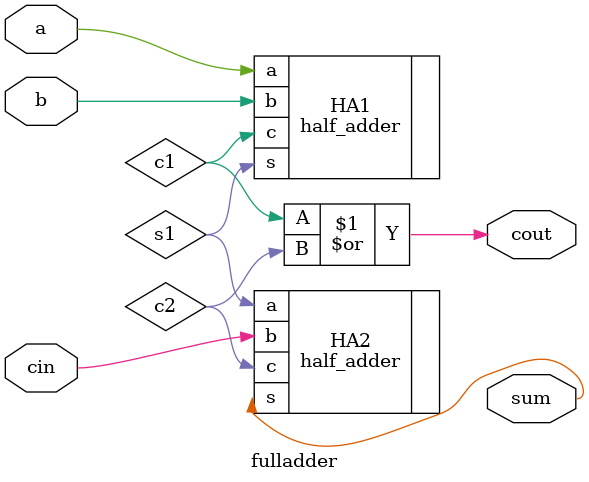
<source format=v>
module fulladder(input 	a, b, cin,
                 output     cout, sum);
	wire c1, c2, s1;

	half_adder HA1(.a(a), .b(b), .c(c1), .s(s1));
	half_adder HA2(.a(s1), .b(cin), .c(c2), .s(sum));

	assign cout = c1 | c2;
endmodule

</source>
